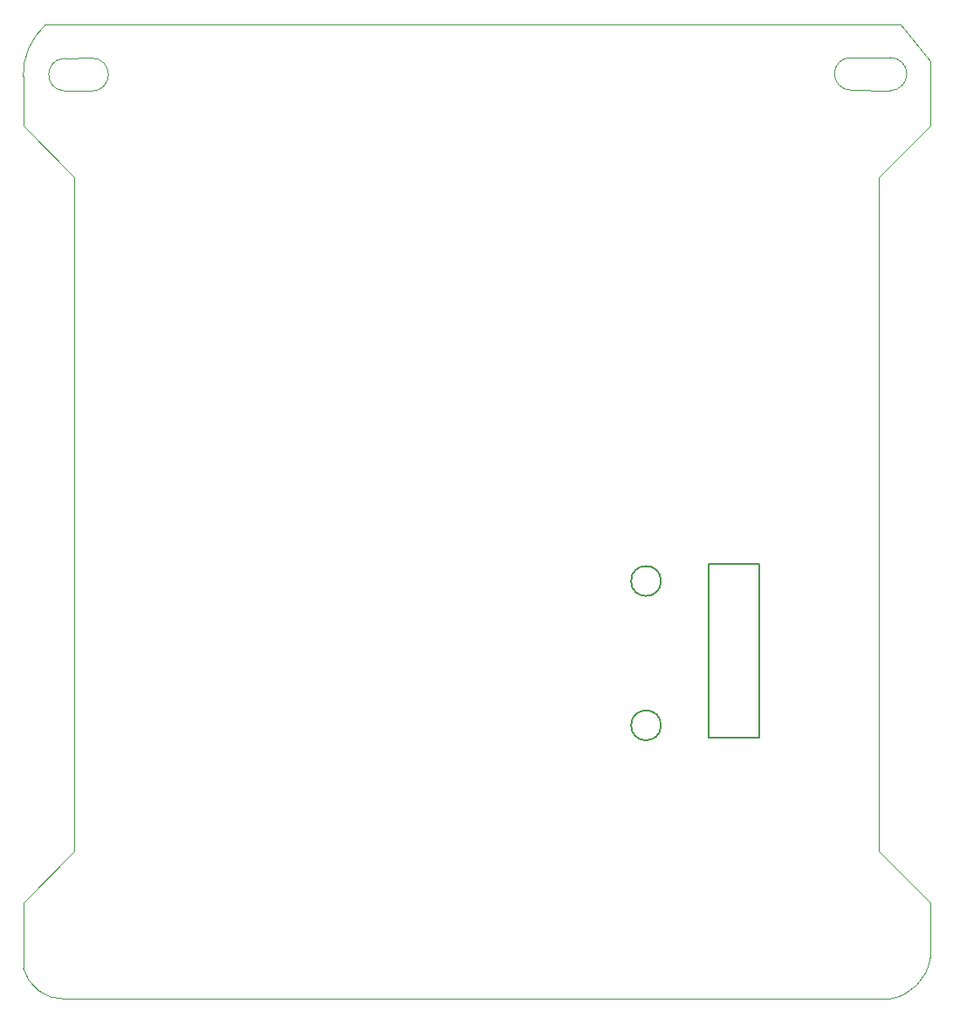
<source format=gbr>
%TF.GenerationSoftware,KiCad,Pcbnew,9.0.0*%
%TF.CreationDate,2025-05-06T20:27:03-04:00*%
%TF.ProjectId,payload_board,7061796c-6f61-4645-9f62-6f6172642e6b,rev?*%
%TF.SameCoordinates,Original*%
%TF.FileFunction,Profile,NP*%
%FSLAX45Y45*%
G04 Gerber Fmt 4.5, Leading zero omitted, Abs format (unit mm)*
G04 Created by KiCad (PCBNEW 9.0.0) date 2025-05-06 20:27:03*
%MOMM*%
%LPD*%
G01*
G04 APERTURE LIST*
%TA.AperFunction,Profile*%
%ADD10C,0.100000*%
%TD*%
%TA.AperFunction,Profile*%
%ADD11C,0.200000*%
%TD*%
G04 APERTURE END LIST*
D10*
X14726616Y-5397871D02*
X15001636Y-5400372D01*
X19760136Y-4756372D02*
X22300136Y-4756372D01*
D11*
X20985000Y-9985000D02*
X21475000Y-9985000D01*
X21475000Y-11675000D01*
X20985000Y-11675000D01*
X20985000Y-9985000D01*
D10*
X23134320Y-13271000D02*
X22635000Y-12775000D01*
X14334320Y-5257440D02*
G75*
G02*
X14550670Y-4758922I648880J14600D01*
G01*
X15001636Y-5080372D02*
G75*
G02*
X15001636Y-5400368I4J-159998D01*
G01*
X22361636Y-5390372D02*
G75*
G02*
X22366634Y-5075447I4J157502D01*
G01*
X14334320Y-13400000D02*
X14334320Y-13271000D01*
X14334320Y-13907440D02*
X14334320Y-13400000D01*
X14731614Y-5082951D02*
X15001636Y-5080372D01*
X14334320Y-5738000D02*
X14334320Y-5257440D01*
X14550672Y-4758925D02*
X14997636Y-4756372D01*
X23134320Y-13353200D02*
X23134320Y-13271000D01*
X22734320Y-14207440D02*
X14734320Y-14207440D01*
X22300136Y-4756372D02*
X22844136Y-4757872D01*
X22746636Y-5075372D02*
G75*
G02*
X22746636Y-5395368I4J-159998D01*
G01*
X14726616Y-5397871D02*
G75*
G02*
X14731613Y-5082942I13414J157291D01*
G01*
X14734320Y-14207440D02*
G75*
G02*
X14334325Y-13907439I-6060J408580D01*
G01*
X19760136Y-4756372D02*
X19644360Y-4756372D01*
X14334320Y-13271000D02*
X14832000Y-12773320D01*
X18553636Y-4756372D02*
X14997636Y-4756372D01*
X18553636Y-4756372D02*
X18689320Y-4756372D01*
X18689320Y-4756372D02*
X19644360Y-4756372D01*
X22635000Y-12775140D02*
X22635000Y-6237500D01*
X23133840Y-5738660D02*
X22635000Y-6237500D01*
X22361636Y-5390372D02*
X22746636Y-5395372D01*
X14334320Y-5738000D02*
X14832000Y-6235680D01*
X23134320Y-5634552D02*
X23134320Y-5738000D01*
X23134320Y-5634552D02*
X23134320Y-5107440D01*
X22844136Y-4757872D02*
X23134320Y-5107440D01*
X23134320Y-13353200D02*
X23134320Y-13807440D01*
X22746636Y-5075372D02*
X22366634Y-5075452D01*
X14832000Y-12773320D02*
X14832000Y-6235680D01*
D11*
X20521320Y-10152440D02*
G75*
G02*
X20231320Y-10152440I-145000J0D01*
G01*
X20231320Y-10152440D02*
G75*
G02*
X20521320Y-10152440I145000J0D01*
G01*
X20521320Y-11552440D02*
G75*
G02*
X20231320Y-11552440I-145000J0D01*
G01*
X20231320Y-11552440D02*
G75*
G02*
X20521320Y-11552440I145000J0D01*
G01*
D10*
X23134320Y-13807440D02*
G75*
G02*
X22734320Y-14207440I-461860J61860D01*
G01*
M02*

</source>
